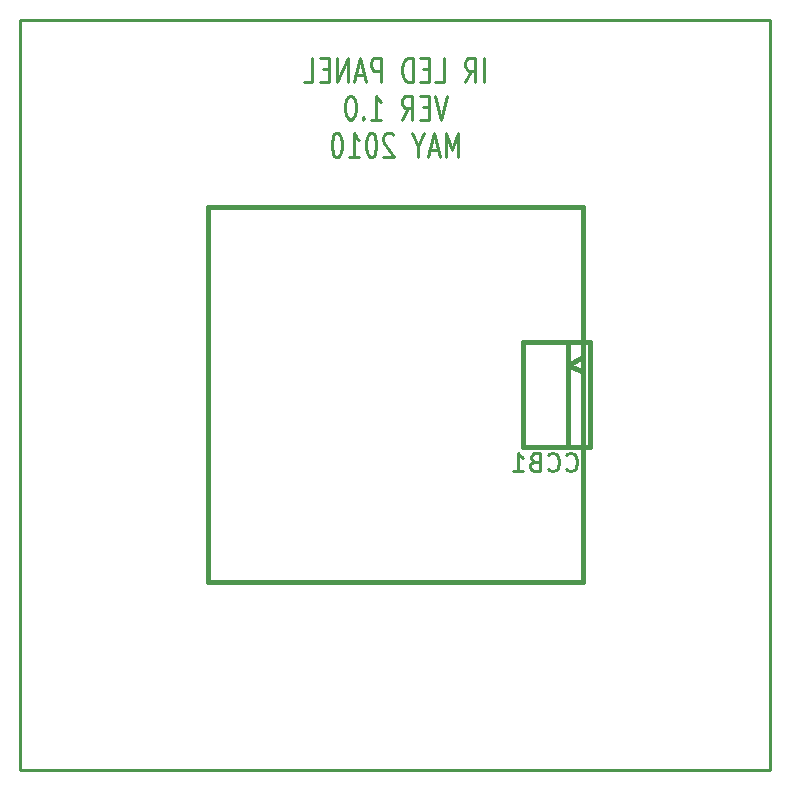
<source format=gbo>
G04 (created by PCBNEW-RS274X (20100406 SVN-R2509)-final) date Tue 04 May 2010 03:45:42 PM PDT*
G01*
G70*
G90*
%MOIN*%
G04 Gerber Fmt 3.4, Leading zero omitted, Abs format*
%FSLAX34Y34*%
G04 APERTURE LIST*
%ADD10C,0.001000*%
%ADD11C,0.015000*%
%ADD12C,0.009000*%
%ADD13C,0.010000*%
G04 APERTURE END LIST*
G54D10*
G54D11*
X64750Y-34750D02*
X52250Y-34750D01*
X64750Y-47250D02*
X64750Y-34750D01*
X52250Y-47250D02*
X64750Y-47250D01*
X52250Y-34750D02*
X52250Y-47250D01*
G54D12*
X71000Y-28500D02*
X46000Y-28500D01*
X71000Y-53500D02*
X71000Y-28500D01*
X46000Y-53500D02*
X71000Y-53500D01*
X46000Y-28500D02*
X46000Y-53500D01*
G54D13*
X60584Y-33074D02*
X60584Y-32274D01*
X60384Y-32845D01*
X60184Y-32274D01*
X60184Y-33074D01*
X59927Y-32845D02*
X59641Y-32845D01*
X59984Y-33074D02*
X59784Y-32274D01*
X59584Y-33074D01*
X59270Y-32693D02*
X59270Y-33074D01*
X59470Y-32274D02*
X59270Y-32693D01*
X59070Y-32274D01*
X58442Y-32350D02*
X58413Y-32312D01*
X58356Y-32274D01*
X58213Y-32274D01*
X58156Y-32312D01*
X58127Y-32350D01*
X58099Y-32426D01*
X58099Y-32502D01*
X58127Y-32617D01*
X58470Y-33074D01*
X58099Y-33074D01*
X57728Y-32274D02*
X57671Y-32274D01*
X57614Y-32312D01*
X57585Y-32350D01*
X57556Y-32426D01*
X57528Y-32579D01*
X57528Y-32769D01*
X57556Y-32921D01*
X57585Y-32998D01*
X57614Y-33036D01*
X57671Y-33074D01*
X57728Y-33074D01*
X57785Y-33036D01*
X57814Y-32998D01*
X57842Y-32921D01*
X57871Y-32769D01*
X57871Y-32579D01*
X57842Y-32426D01*
X57814Y-32350D01*
X57785Y-32312D01*
X57728Y-32274D01*
X56957Y-33074D02*
X57300Y-33074D01*
X57128Y-33074D02*
X57128Y-32274D01*
X57185Y-32388D01*
X57243Y-32464D01*
X57300Y-32502D01*
X56586Y-32274D02*
X56529Y-32274D01*
X56472Y-32312D01*
X56443Y-32350D01*
X56414Y-32426D01*
X56386Y-32579D01*
X56386Y-32769D01*
X56414Y-32921D01*
X56443Y-32998D01*
X56472Y-33036D01*
X56529Y-33074D01*
X56586Y-33074D01*
X56643Y-33036D01*
X56672Y-32998D01*
X56700Y-32921D01*
X56729Y-32769D01*
X56729Y-32579D01*
X56700Y-32426D01*
X56672Y-32350D01*
X56643Y-32312D01*
X56586Y-32274D01*
X60214Y-31024D02*
X60014Y-31824D01*
X59814Y-31024D01*
X59614Y-31405D02*
X59414Y-31405D01*
X59328Y-31824D02*
X59614Y-31824D01*
X59614Y-31024D01*
X59328Y-31024D01*
X58728Y-31824D02*
X58928Y-31443D01*
X59071Y-31824D02*
X59071Y-31024D01*
X58843Y-31024D01*
X58785Y-31062D01*
X58757Y-31100D01*
X58728Y-31176D01*
X58728Y-31290D01*
X58757Y-31367D01*
X58785Y-31405D01*
X58843Y-31443D01*
X59071Y-31443D01*
X57700Y-31824D02*
X58043Y-31824D01*
X57871Y-31824D02*
X57871Y-31024D01*
X57928Y-31138D01*
X57986Y-31214D01*
X58043Y-31252D01*
X57443Y-31748D02*
X57415Y-31786D01*
X57443Y-31824D01*
X57472Y-31786D01*
X57443Y-31748D01*
X57443Y-31824D01*
X57043Y-31024D02*
X56986Y-31024D01*
X56929Y-31062D01*
X56900Y-31100D01*
X56871Y-31176D01*
X56843Y-31329D01*
X56843Y-31519D01*
X56871Y-31671D01*
X56900Y-31748D01*
X56929Y-31786D01*
X56986Y-31824D01*
X57043Y-31824D01*
X57100Y-31786D01*
X57129Y-31748D01*
X57157Y-31671D01*
X57186Y-31519D01*
X57186Y-31329D01*
X57157Y-31176D01*
X57129Y-31100D01*
X57100Y-31062D01*
X57043Y-31024D01*
X61457Y-30574D02*
X61457Y-29774D01*
X60828Y-30574D02*
X61028Y-30193D01*
X61171Y-30574D02*
X61171Y-29774D01*
X60943Y-29774D01*
X60885Y-29812D01*
X60857Y-29850D01*
X60828Y-29926D01*
X60828Y-30040D01*
X60857Y-30117D01*
X60885Y-30155D01*
X60943Y-30193D01*
X61171Y-30193D01*
X59828Y-30574D02*
X60114Y-30574D01*
X60114Y-29774D01*
X59628Y-30155D02*
X59428Y-30155D01*
X59342Y-30574D02*
X59628Y-30574D01*
X59628Y-29774D01*
X59342Y-29774D01*
X59085Y-30574D02*
X59085Y-29774D01*
X58942Y-29774D01*
X58857Y-29812D01*
X58799Y-29888D01*
X58771Y-29964D01*
X58742Y-30117D01*
X58742Y-30231D01*
X58771Y-30383D01*
X58799Y-30460D01*
X58857Y-30536D01*
X58942Y-30574D01*
X59085Y-30574D01*
X58028Y-30574D02*
X58028Y-29774D01*
X57800Y-29774D01*
X57742Y-29812D01*
X57714Y-29850D01*
X57685Y-29926D01*
X57685Y-30040D01*
X57714Y-30117D01*
X57742Y-30155D01*
X57800Y-30193D01*
X58028Y-30193D01*
X57457Y-30345D02*
X57171Y-30345D01*
X57514Y-30574D02*
X57314Y-29774D01*
X57114Y-30574D01*
X56914Y-30574D02*
X56914Y-29774D01*
X56571Y-30574D01*
X56571Y-29774D01*
X56285Y-30155D02*
X56085Y-30155D01*
X55999Y-30574D02*
X56285Y-30574D01*
X56285Y-29774D01*
X55999Y-29774D01*
X55456Y-30574D02*
X55742Y-30574D01*
X55742Y-29774D01*
G54D11*
X64750Y-40250D02*
X64250Y-40000D01*
X64250Y-40000D02*
X64750Y-39750D01*
X64750Y-39750D02*
X64750Y-40250D01*
X65000Y-42750D02*
X65000Y-39250D01*
X65000Y-39250D02*
X64250Y-39250D01*
X65000Y-42750D02*
X64250Y-42750D01*
X64250Y-42750D02*
X62750Y-42750D01*
X62750Y-42750D02*
X62750Y-39250D01*
X62750Y-39250D02*
X64250Y-39250D01*
X64250Y-39250D02*
X64250Y-42750D01*
G54D13*
X64199Y-43486D02*
X64228Y-43514D01*
X64314Y-43543D01*
X64371Y-43543D01*
X64456Y-43514D01*
X64514Y-43457D01*
X64542Y-43400D01*
X64571Y-43286D01*
X64571Y-43200D01*
X64542Y-43086D01*
X64514Y-43029D01*
X64456Y-42971D01*
X64371Y-42943D01*
X64314Y-42943D01*
X64228Y-42971D01*
X64199Y-43000D01*
X63599Y-43486D02*
X63628Y-43514D01*
X63714Y-43543D01*
X63771Y-43543D01*
X63856Y-43514D01*
X63914Y-43457D01*
X63942Y-43400D01*
X63971Y-43286D01*
X63971Y-43200D01*
X63942Y-43086D01*
X63914Y-43029D01*
X63856Y-42971D01*
X63771Y-42943D01*
X63714Y-42943D01*
X63628Y-42971D01*
X63599Y-43000D01*
X63142Y-43229D02*
X63056Y-43257D01*
X63028Y-43286D01*
X62999Y-43343D01*
X62999Y-43429D01*
X63028Y-43486D01*
X63056Y-43514D01*
X63114Y-43543D01*
X63342Y-43543D01*
X63342Y-42943D01*
X63142Y-42943D01*
X63085Y-42971D01*
X63056Y-43000D01*
X63028Y-43057D01*
X63028Y-43114D01*
X63056Y-43171D01*
X63085Y-43200D01*
X63142Y-43229D01*
X63342Y-43229D01*
X62428Y-43543D02*
X62771Y-43543D01*
X62599Y-43543D02*
X62599Y-42943D01*
X62656Y-43029D01*
X62714Y-43086D01*
X62771Y-43114D01*
M02*

</source>
